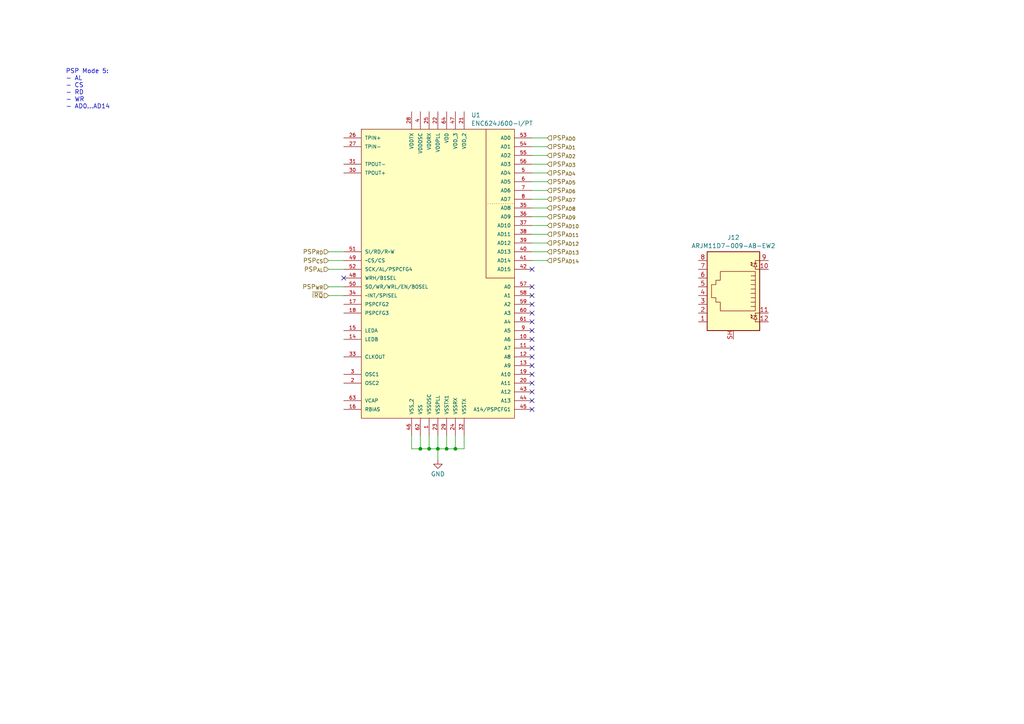
<source format=kicad_sch>
(kicad_sch (version 20230121) (generator eeschema)
  (paper "A4")
  (lib_symbols
    (symbol "compi:ARJM11D7-009-AB-EW2" (pin_names (offset 1.016))
      (property "Reference" "J" (at -5.08 13.97 0))
      (property "Value" "ARJM11D7-009-AB-EW2" (at 1.27 13.97 0))
      (symbol "ARJM11D7-009-AB-EW2_0_1"
        (polyline (pts (xy -7.62 -7.62) (xy -6.35 -7.62)))
        (polyline (pts (xy -7.62 -5.08) (xy -6.35 -5.08)))
        (polyline (pts (xy -7.62 7.62) (xy -6.35 7.62)))
        (polyline (pts (xy -7.62 10.16) (xy -6.35 10.16)))
        (polyline (pts (xy -6.858 -5.842) (xy -5.842 -5.842)))
        (polyline (pts (xy -6.858 9.398) (xy -5.842 9.398)))
        (polyline (pts (xy -6.35 -7.62) (xy -6.35 -6.858)))
        (polyline (pts (xy -6.35 -5.08) (xy -6.35 -5.842)))
        (polyline (pts (xy -6.35 7.62) (xy -6.35 8.382)))
        (polyline (pts (xy -6.35 10.16) (xy -6.35 9.398)))
        (polyline (pts (xy -5.08 -6.223) (xy -5.207 -6.604)))
        (polyline (pts (xy -5.08 -5.588) (xy -5.207 -5.969)))
        (polyline (pts (xy -5.08 4.445) (xy -6.35 4.445)))
        (polyline (pts (xy -5.08 5.715) (xy -6.35 5.715)))
        (polyline (pts (xy -5.08 9.017) (xy -5.207 8.636)))
        (polyline (pts (xy -5.08 9.652) (xy -5.207 9.271)))
        (polyline (pts (xy -6.35 -3.175) (xy -5.08 -3.175) (xy -5.08 -3.175)))
        (polyline (pts (xy -6.35 -1.905) (xy -5.08 -1.905) (xy -5.08 -1.905)))
        (polyline (pts (xy -6.35 -0.635) (xy -5.08 -0.635) (xy -5.08 -0.635)))
        (polyline (pts (xy -6.35 0.635) (xy -5.08 0.635) (xy -5.08 0.635)))
        (polyline (pts (xy -6.35 1.905) (xy -5.08 1.905) (xy -5.08 1.905)))
        (polyline (pts (xy -5.588 -6.731) (xy -5.08 -6.223) (xy -5.461 -6.35)))
        (polyline (pts (xy -5.588 -6.096) (xy -5.08 -5.588) (xy -5.461 -5.715)))
        (polyline (pts (xy -5.588 8.509) (xy -5.08 9.017) (xy -5.461 8.89)))
        (polyline (pts (xy -5.588 9.144) (xy -5.08 9.652) (xy -5.461 9.525)))
        (polyline (pts (xy -5.08 3.175) (xy -6.35 3.175) (xy -6.35 3.175)))
        (polyline (pts (xy -6.35 -5.842) (xy -6.858 -6.858) (xy -5.842 -6.858) (xy -6.35 -5.842)))
        (polyline (pts (xy -6.35 9.398) (xy -6.858 8.382) (xy -5.842 8.382) (xy -6.35 9.398)))
        (polyline (pts (xy -6.35 -4.445) (xy -6.35 6.985) (xy 3.81 6.985) (xy 3.81 4.445) (xy 5.08 4.445) (xy 5.08 3.175) (xy 6.35 3.175) (xy 6.35 -0.635) (xy 5.08 -0.635) (xy 5.08 -1.905) (xy 3.81 -1.905) (xy 3.81 -4.445) (xy -6.35 -4.445) (xy -6.35 -4.445)))
        (rectangle (start 7.62 12.7) (end -7.62 -10.16) (stroke (width 0.254)) (fill (type background)))
      )
      (symbol "ARJM11D7-009-AB-EW2_1_1"
        (pin passive line (at 10.16 -7.62 180) (length 2.54) (name "~") (number "1"))
        (pin passive line (at -10.16 7.62 0) (length 2.54) (name "~") (number "10"))
        (pin passive line (at -10.16 -5.08 0) (length 2.54) (name "~") (number "11"))
        (pin passive line (at -10.16 -7.62 0) (length 2.54) (name "~") (number "12"))
        (pin passive line (at 10.16 -5.08 180) (length 2.54) (name "~") (number "2"))
        (pin passive line (at 10.16 -2.54 180) (length 2.54) (name "~") (number "3"))
        (pin passive line (at 10.16 0 180) (length 2.54) (name "~") (number "4"))
        (pin passive line (at 10.16 2.54 180) (length 2.54) (name "~") (number "5"))
        (pin passive line (at 10.16 5.08 180) (length 2.54) (name "~") (number "6"))
        (pin passive line (at 10.16 7.62 180) (length 2.54) (name "~") (number "7"))
        (pin passive line (at 10.16 10.16 180) (length 2.54) (name "~") (number "8"))
        (pin passive line (at -10.16 10.16 0) (length 2.54) (name "~") (number "9"))
        (pin passive line (at 0 -12.7 90) (length 2.54) (name "~") (number "SH"))
      )
    )
    (symbol "compi:ENC624J600-I/PT" (pin_names (offset 1.016))
      (property "Reference" "U" (at -22.225 42.545 0))
      (property "Value" "ENC624J600-I/PT" (at -8.255 0 0))
      (symbol "ENC624J600-I/PT_0_1"
        (rectangle (start -22.225 41.91) (end 22.225 -41.91) (stroke (width 0.1524)) (fill (type background)))
        (polyline (pts (xy 13.97 41.91) (xy 13.97 -1.27) (xy 22.225 -1.27)))
        (pin power_in line (at -2.54 -46.99 90) (length 5.08) (name "VSSOSC") (number "1"))
        (pin input line (at 27.305 -19.05 180) (length 5.08) (name "A6") (number "10"))
        (pin input line (at 27.305 -21.59 180) (length 5.08) (name "A7") (number "11"))
        (pin input line (at 27.305 -24.13 180) (length 5.08) (name "A8") (number "12"))
        (pin input line (at 27.305 -26.67 180) (length 5.08) (name "A9") (number "13"))
        (pin output line (at -27.305 -19.05 0) (length 5.08) (name "LEDB") (number "14"))
        (pin output line (at -27.305 -16.51 0) (length 5.08) (name "LEDA") (number "15"))
        (pin input line (at -27.305 -8.89 0) (length 5.08) (name "PSPCFG2") (number "17"))
        (pin input line (at -27.305 -11.43 0) (length 5.08) (name "PSPCFG3") (number "18"))
        (pin input line (at 27.305 -29.21 180) (length 5.08) (name "A10") (number "19"))
        (pin output line (at -27.305 -31.75 0) (length 5.08) (name "OSC2") (number "2"))
        (pin input line (at 27.305 -31.75 180) (length 5.08) (name "A11") (number "20"))
        (pin power_in line (at 7.62 46.99 270) (length 5.08) (name "VDD_2") (number "21"))
        (pin power_in line (at 0 46.99 270) (length 5.08) (name "VDDPLL") (number "22"))
        (pin power_in line (at 0 -46.99 90) (length 5.08) (name "VSSPLL") (number "23"))
        (pin power_in line (at 5.08 -46.99 90) (length 5.08) (name "VSSRX") (number "24"))
        (pin power_in line (at -2.54 46.99 270) (length 5.08) (name "VDDRX") (number "25"))
        (pin input line (at -27.305 39.37 0) (length 5.08) (name "TPIN+") (number "26"))
        (pin input line (at -27.305 36.83 0) (length 5.08) (name "TPIN-") (number "27"))
        (pin power_in line (at -7.62 46.99 270) (length 5.08) (name "VDDTX") (number "28"))
        (pin power_in line (at 2.54 -46.99 90) (length 5.08) (name "VSSTX1") (number "29"))
        (pin input line (at -27.305 -29.21 0) (length 5.08) (name "OSC1") (number "3"))
        (pin output line (at -27.305 29.21 0) (length 5.08) (name "TPOUT+") (number "30"))
        (pin output line (at -27.305 31.75 0) (length 5.08) (name "TPOUT-") (number "31"))
        (pin power_in line (at 7.62 -46.99 90) (length 5.08) (name "VSSTX") (number "32"))
        (pin output line (at -27.305 -24.13 0) (length 5.08) (name "CLKOUT") (number "33"))
        (pin bidirectional line (at -27.305 -6.35 0) (length 5.08) (name "~INT/SPISEL") (number "34"))
        (pin bidirectional line (at 27.305 19.05 180) (length 5.08) (name "AD8") (number "35"))
        (pin bidirectional line (at 27.305 16.51 180) (length 5.08) (name "AD9") (number "36"))
        (pin bidirectional line (at 27.305 13.97 180) (length 5.08) (name "AD10") (number "37"))
        (pin bidirectional line (at 27.305 11.43 180) (length 5.08) (name "AD11") (number "38"))
        (pin bidirectional line (at 27.305 8.89 180) (length 5.08) (name "AD12") (number "39"))
        (pin power_in line (at -5.08 46.99 270) (length 5.08) (name "VDDOSC") (number "4"))
        (pin bidirectional line (at 27.305 6.35 180) (length 5.08) (name "AD13") (number "40"))
        (pin bidirectional line (at 27.305 3.81 180) (length 5.08) (name "AD14") (number "41"))
        (pin bidirectional line (at 27.305 1.27 180) (length 5.08) (name "AD15") (number "42"))
        (pin input line (at 27.305 -34.29 180) (length 5.08) (name "A12") (number "43"))
        (pin input line (at 27.305 -36.83 180) (length 5.08) (name "A13") (number "44"))
        (pin input line (at 27.305 -39.37 180) (length 5.08) (name "A14/PSPCFG1") (number "45"))
        (pin power_in line (at -7.62 -46.99 90) (length 5.08) (name "VSS_2") (number "46"))
        (pin power_in line (at 5.08 46.99 270) (length 5.08) (name "VDD_3") (number "47"))
        (pin input line (at -27.305 -1.27 0) (length 5.08) (name "WRH/B1SEL") (number "48"))
        (pin input line (at -27.305 3.81 0) (length 5.08) (name "~CS/CS") (number "49"))
        (pin bidirectional line (at 27.305 29.21 180) (length 5.08) (name "AD4") (number "5"))
        (pin bidirectional line (at -27.305 -3.81 0) (length 5.08) (name "SO/WR/WRL/EN/BOSEL") (number "50"))
        (pin input line (at -27.305 6.35 0) (length 5.08) (name "SI/RD/R~W") (number "51"))
        (pin input line (at -27.305 1.27 0) (length 5.08) (name "SCK/AL/PSPCFG4") (number "52"))
        (pin bidirectional line (at 27.305 39.37 180) (length 5.08) (name "AD0") (number "53"))
        (pin bidirectional line (at 27.305 36.83 180) (length 5.08) (name "AD1") (number "54"))
        (pin bidirectional line (at 27.305 34.29 180) (length 5.08) (name "AD2") (number "55"))
        (pin bidirectional line (at 27.305 31.75 180) (length 5.08) (name "AD3") (number "56"))
        (pin input line (at 27.305 -3.81 180) (length 5.08) (name "A0") (number "57"))
        (pin input line (at 27.305 -6.35 180) (length 5.08) (name "A1") (number "58"))
        (pin input line (at 27.305 -8.89 180) (length 5.08) (name "A2") (number "59"))
        (pin bidirectional line (at 27.305 26.67 180) (length 5.08) (name "AD5") (number "6"))
        (pin input line (at 27.305 -11.43 180) (length 5.08) (name "A3") (number "60"))
        (pin input line (at 27.305 -13.97 180) (length 5.08) (name "A4") (number "61"))
        (pin power_in line (at -5.08 -46.99 90) (length 5.08) (name "VSS") (number "62"))
        (pin power_in line (at 2.54 46.99 270) (length 5.08) (name "VDD") (number "64"))
        (pin bidirectional line (at 27.305 24.13 180) (length 5.08) (name "AD6") (number "7"))
        (pin bidirectional line (at 27.305 21.59 180) (length 5.08) (name "AD7") (number "8"))
        (pin input line (at 27.305 -16.51 180) (length 5.08) (name "A5") (number "9"))
      )
      (symbol "ENC624J600-I/PT_1_1"
        (polyline (pts (xy 22.225 20.32) (xy 13.97 20.32)) (stroke (width 0) (type dot)))
        (pin passive line (at -27.305 -39.37 0) (length 5.08) (name "RBIAS") (number "16"))
        (pin passive line (at -27.305 -36.83 0) (length 5.08) (name "VCAP") (number "63"))
      )
    )
    (symbol "power:GND" (power) (pin_names (offset 0))
      (property "Value" "GND" (at 0 -3.81 0))
      (symbol "GND_0_1"
        (polyline (pts (xy 0 0) (xy 0 -1.27) (xy 1.27 -1.27) (xy 0 -2.54) (xy -1.27 -1.27) (xy 0 -1.27)))
      )
      (symbol "GND_1_1"
        (pin power_in line (at 0 0 270) (length 0) hide (name "GND") (number "1"))
      )
    )
  )
  (junction (at 127 130.175))
  (junction (at 132.08 130.175))
  (junction (at 129.54 130.175))
  (junction (at 124.46 130.175))
  (junction (at 121.92 130.175))
  (no_connect (at 154.305 95.885))
  (no_connect (at 154.305 116.205))
  (no_connect (at 154.305 98.425))
  (no_connect (at 154.305 93.345))
  (no_connect (at 154.305 103.505))
  (no_connect (at 154.305 108.585))
  (no_connect (at 154.305 100.965))
  (no_connect (at 154.305 111.125))
  (no_connect (at 154.305 85.725))
  (no_connect (at 154.305 83.185))
  (no_connect (at 99.695 80.645))
  (no_connect (at 154.305 106.045))
  (no_connect (at 154.305 88.265))
  (no_connect (at 154.305 78.105))
  (no_connect (at 154.305 118.745))
  (no_connect (at 154.305 90.805))
  (no_connect (at 154.305 113.665))
  (wire (pts (xy 121.92 130.175) (xy 124.46 130.175)))
  (wire (pts (xy 124.46 130.175) (xy 127 130.175)))
  (wire (pts (xy 95.25 83.185) (xy 99.695 83.185)))
  (wire (pts (xy 154.305 52.705) (xy 158.75 52.705)))
  (wire (pts (xy 119.38 130.175) (xy 121.92 130.175)))
  (wire (pts (xy 119.38 126.365) (xy 119.38 130.175)))
  (wire (pts (xy 154.305 65.405) (xy 158.75 65.405)))
  (wire (pts (xy 154.305 45.085) (xy 158.75 45.085)))
  (wire (pts (xy 154.305 62.865) (xy 158.75 62.865)))
  (wire (pts (xy 95.25 75.565) (xy 99.695 75.565)))
  (wire (pts (xy 154.305 57.785) (xy 158.75 57.785)))
  (wire (pts (xy 154.305 67.945) (xy 158.75 67.945)))
  (wire (pts (xy 95.25 78.105) (xy 99.695 78.105)))
  (wire (pts (xy 134.62 130.175) (xy 134.62 126.365)))
  (wire (pts (xy 124.46 130.175) (xy 124.46 126.365)))
  (wire (pts (xy 127 130.175) (xy 127 126.365)))
  (wire (pts (xy 154.305 73.025) (xy 158.75 73.025)))
  (wire (pts (xy 154.305 60.325) (xy 158.75 60.325)))
  (wire (pts (xy 132.08 130.175) (xy 134.62 130.175)))
  (wire (pts (xy 154.305 40.005) (xy 158.75 40.005)))
  (wire (pts (xy 121.92 130.175) (xy 121.92 126.365)))
  (wire (pts (xy 154.305 50.165) (xy 158.75 50.165)))
  (wire (pts (xy 95.25 73.025) (xy 99.695 73.025)))
  (wire (pts (xy 154.305 42.545) (xy 158.75 42.545)))
  (wire (pts (xy 127 130.175) (xy 129.54 130.175)))
  (wire (pts (xy 154.305 47.625) (xy 158.75 47.625)))
  (wire (pts (xy 154.305 70.485) (xy 158.75 70.485)))
  (wire (pts (xy 154.305 55.245) (xy 158.75 55.245)))
  (wire (pts (xy 132.08 130.175) (xy 132.08 126.365)))
  (wire (pts (xy 95.25 85.725) (xy 99.695 85.725)))
  (wire (pts (xy 129.54 130.175) (xy 129.54 126.365)))
  (wire (pts (xy 154.305 75.565) (xy 158.75 75.565)))
  (wire (pts (xy 129.54 130.175) (xy 132.08 130.175)))
  (wire (pts (xy 127 130.175) (xy 127 133.35)))
  (text "PSP Mode 5:\n- AL\n- CS\n- RD\n- WR\n- AD0…AD14" (at 19.05 31.75 0) (effects (font (size 1.27 1.27)) (justify left bottom)))
  (hierarchical_label "PSP_{AD1}" (shape input) (at 158.75 42.545 0))
  (hierarchical_label "PSP_{AD10}" (shape input) (at 158.75 65.405 0))
  (hierarchical_label "PSP_{WR}" (shape input) (at 95.25 83.185 180))
  (hierarchical_label "PSP_{AD0}" (shape input) (at 158.75 40.005 0))
  (hierarchical_label "PSP_{AD4}" (shape input) (at 158.75 50.165 0))
  (hierarchical_label "~{IRQ}" (shape input) (at 95.25 85.725 180))
  (hierarchical_label "PSP_{AD9}" (shape input) (at 158.75 62.865 0))
  (hierarchical_label "PSP_{AD6}" (shape input) (at 158.75 55.245 0))
  (hierarchical_label "PSP_{AD8}" (shape input) (at 158.75 60.325 0))
  (hierarchical_label "PSP_{AD12}" (shape input) (at 158.75 70.485 0))
  (hierarchical_label "PSP_{AD2}" (shape input) (at 158.75 45.085 0))
  (hierarchical_label "PSP_{AD13}" (shape input) (at 158.75 73.025 0))
  (hierarchical_label "PSP_{AD14}" (shape input) (at 158.75 75.565 0))
  (hierarchical_label "PSP_{CS}" (shape input) (at 95.25 75.565 180))
  (hierarchical_label "PSP_{RD}" (shape input) (at 95.25 73.025 180))
  (hierarchical_label "PSP_{AD11}" (shape input) (at 158.75 67.945 0))
  (hierarchical_label "PSP_{AD5}" (shape input) (at 158.75 52.705 0))
  (hierarchical_label "PSP_{AL}" (shape input) (at 95.25 78.105 180))
  (hierarchical_label "PSP_{AD3}" (shape input) (at 158.75 47.625 0))
  (hierarchical_label "PSP_{AD7}" (shape input) (at 158.75 57.785 0))
  (symbol (lib_id "compi:ARJM11D7-009-AB-EW2") (at 212.725 85.725 0) (mirror y) (unit 1)
    (property "Reference" "J12" (at 212.725 68.8807 0))
    (property "Value" "ARJM11D7-009-AB-EW2" (at 212.725 71.3049 0))
    (property "Footprint" "compi:ARJM11D7-009-AB-EW2" (effects hide))
    (property "Datasheet" "https://abracon.com/Magnetics/ARJM11.pdf" (effects hide))
    (property "DigiKey Part No." "535-ARJM11D7-009-AB-EW2-ND" (effects hide))
    (property "TroniDex Component ID" "ARJM11D7-009-AB-EW2" (effects hide))
    (property "TroniDex Part No." "ARJM11D7-009-AB-EW2" (effects hide))
  )
  (symbol (lib_id "power:GND") (at 127 133.35 0) (unit 1)
    (property "Reference" "#PWR061" (effects hide))
    (property "Value" "GND" (at 127 137.4831 0))
  )
  (symbol (lib_id "compi:ENC624J600-I/PT") (at 127 79.375 0) (unit 1)
    (property "Reference" "U1" (at 136.6394 33.3715 0) (effects (justify left)))
    (property "Value" "ENC624J600-I/PT" (at 136.6394 35.7957 0) (effects (justify left)))
    (property "Footprint" "compi:ENC624J600-I_PT" (effects hide))
    (property "Datasheet" "https://ww1.microchip.com/downloads/en/DeviceDoc/39935c.pdf" (effects hide))
    (property "DigiKey Part No." "ENC624J600-I/PT-ND" (effects hide))
    (property "TroniDex Component ID" "ENC624J600-I_PT" (effects hide))
    (property "TroniDex Part No." "ENC624J600-I/PT" (effects hide))
  )
)
</source>
